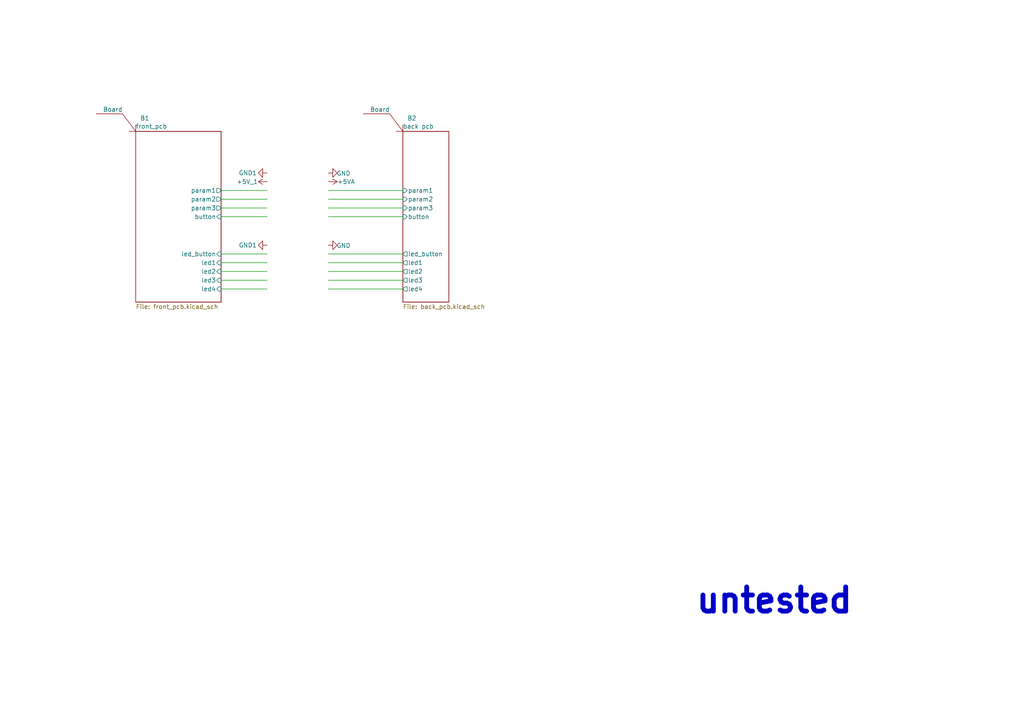
<source format=kicad_sch>
(kicad_sch (version 20211123) (generator eeschema)
  (paper "A4")
  (title_block (title "DCO") (rev "0.9") (company "based on hagiwo") (comment 1 "untested"))
  (lib_symbols
    (symbol "ao_symbols:+5V_1" (power) (pin_names (offset 0))
      (property "Value" "+5V_1" (at 0 3.556 0))
      (symbol "+5V_1_0_1"
        (polyline (pts (xy -0.762 1.27) (xy 0 2.54)))
        (polyline (pts (xy 0 0) (xy 0 2.54)))
        (polyline (pts (xy 0 2.54) (xy 0.762 1.27)))
      )
      (symbol "+5V_1_1_1"
        (pin power_in line (at 0 0 90) (length 0) hide (name "+5V_1") (number "1"))
      )
    )
    (symbol "ao_symbols:Board" (pin_names (offset 1.016)) (in_bom no)
      (property "Reference" "B" (at 1.27 3.81 0))
      (property "Value" "Board" (at -3.175 3.81 0))
      (symbol "Board_0_1"
        (polyline (pts (xy 5.08 -2.54) (xy 3.175 -2.54)))
        (polyline (pts (xy -6.35 2.54) (xy 1.27 2.54) (xy 5.08 -2.54) (xy 5.08 -0.635)))
      )
    )
    (symbol "power:+5VA" (power) (pin_names (offset 0))
      (property "Value" "+5VA" (at 0 3.556 0))
      (symbol "+5VA_0_1"
        (polyline (pts (xy -0.762 1.27) (xy 0 2.54)))
        (polyline (pts (xy 0 0) (xy 0 2.54)))
        (polyline (pts (xy 0 2.54) (xy 0.762 1.27)))
      )
      (symbol "+5VA_1_1"
        (pin power_in line (at 0 0 90) (length 0) hide (name "+5VA") (number "1"))
      )
    )
    (symbol "power:GND" (power) (pin_names (offset 0))
      (property "Value" "GND" (at 0 -3.81 0))
      (symbol "GND_0_1"
        (polyline (pts (xy 0 0) (xy 0 -1.27) (xy 1.27 -1.27) (xy 0 -2.54) (xy -1.27 -1.27) (xy 0 -1.27)))
      )
      (symbol "GND_1_1"
        (pin power_in line (at 0 0 270) (length 0) hide (name "GND") (number "1"))
      )
    )
    (symbol "power:GND1" (power) (pin_names (offset 0))
      (property "Value" "GND1" (at 0 -3.81 0))
      (symbol "GND1_0_1"
        (polyline (pts (xy 0 0) (xy 0 -1.27) (xy 1.27 -1.27) (xy 0 -2.54) (xy -1.27 -1.27) (xy 0 -1.27)))
      )
      (symbol "GND1_1_1"
        (pin power_in line (at 0 0 270) (length 0) hide (name "GND1") (number "1"))
      )
    )
  )
  (wire (pts (xy 64.135 55.245) (xy 77.47 55.245)))
  (wire (pts (xy 64.135 60.325) (xy 77.47 60.325)))
  (wire (pts (xy 95.25 76.2) (xy 116.84 76.2)))
  (wire (pts (xy 64.135 57.785) (xy 77.47 57.785)))
  (wire (pts (xy 64.135 62.865) (xy 77.47 62.865)))
  (wire (pts (xy 95.25 81.28) (xy 116.84 81.28)))
  (wire (pts (xy 95.25 73.66) (xy 116.84 73.66)))
  (wire (pts (xy 95.25 62.865) (xy 116.84 62.865)))
  (wire (pts (xy 95.25 57.785) (xy 116.84 57.785)))
  (wire (pts (xy 64.135 81.28) (xy 77.47 81.28)))
  (wire (pts (xy 95.25 83.82) (xy 116.84 83.82)))
  (wire (pts (xy 95.25 55.245) (xy 116.84 55.245)))
  (wire (pts (xy 95.25 78.74) (xy 116.84 78.74)))
  (wire (pts (xy 64.135 78.74) (xy 77.47 78.74)))
  (wire (pts (xy 95.25 60.325) (xy 116.84 60.325)))
  (wire (pts (xy 64.135 76.2) (xy 77.47 76.2)))
  (wire (pts (xy 64.135 73.66) (xy 77.47 73.66)))
  (wire (pts (xy 64.135 83.82) (xy 77.47 83.82)))
  (text "untested" (at 201.295 178.435 0) (effects (font (size 7.0104 7.0104) (thickness 1.4021) bold) (justify left bottom)))
  (symbol (lib_id "power:GND") (at 95.25 50.165 90) (mirror x) (unit 1)
    (property "Reference" "#PWR02" (effects hide))
    (property "Value" "GND" (at 99.6442 50.292 90))
  )
  (symbol (lib_id "ao_symbols:Board") (at 34.29 35.56 0) (unit 1) (in_bom no)
    (property "Reference" "B1" (at 40.64 34.2899 0) (effects (justify left)))
    (property "Value" "Board" (at 29.845 31.75 0) (effects (justify left)))
    (property "Footprint" "ao_tht:Board_Marker" (effects hide))
    (property "Config" "DNF" (effects hide))
  )
  (symbol (lib_id "power:GND") (at 95.25 71.12 90) (mirror x) (unit 1)
    (property "Reference" "#PWR06" (effects hide))
    (property "Value" "GND" (at 99.6442 71.247 90))
  )
  (symbol (lib_id "power:GND1") (at 77.47 50.165 270) (unit 1)
    (property "Reference" "#PWR01" (effects hide))
    (property "Value" "GND1" (at 69.215 50.165 90) (effects (justify left)))
  )
  (symbol (lib_id "ao_symbols:+5V_1") (at 77.47 52.705 90) (unit 1)
    (property "Reference" "#PWR03" (effects hide))
    (property "Value" "+5V_1" (at 68.58 52.705 90) (effects (justify right)))
  )
  (symbol (lib_id "power:+5VA") (at 95.25 52.705 270) (unit 1)
    (property "Reference" "#PWR04" (effects hide))
    (property "Value" "+5VA" (at 97.79 52.705 90) (effects (justify left)))
  )
  (symbol (lib_id "ao_symbols:Board") (at 111.76 35.56 0) (unit 1) (in_bom no)
    (property "Reference" "B2" (at 118.11 34.2899 0) (effects (justify left)))
    (property "Value" "Board" (at 107.315 31.75 0) (effects (justify left)))
    (property "Footprint" "ao_tht:Board_Marker" (effects hide))
    (property "Config" "DNF" (effects hide))
  )
  (symbol (lib_id "power:GND1") (at 77.47 71.12 270) (unit 1)
    (property "Reference" "#PWR05" (effects hide))
    (property "Value" "GND1" (at 69.215 71.12 90) (effects (justify left)))
  )
  (sheet (at 116.84 38.1) (size 13.335 49.53) (stroke (width 0.1524))
    (property "Sheet name" "back pcb" (at 116.84 37.3884 0) (effects (justify left bottom)))
    (property "Sheet file" "back_pcb.kicad_sch" (at 116.84 88.2146 0) (effects (justify left top)))
    (pin "param2" input (at 116.84 57.785 180))
    (pin "param1" input (at 116.84 55.245 180))
    (pin "param3" input (at 116.84 60.325 180))
    (pin "led1" output (at 116.84 76.2 180))
    (pin "led3" output (at 116.84 81.28 180))
    (pin "led2" output (at 116.84 78.74 180))
    (pin "led4" output (at 116.84 83.82 180))
    (pin "button" input (at 116.84 62.865 180))
    (pin "led_button" output (at 116.84 73.66 180))
  )
  (sheet (at 39.37 38.1) (size 24.765 49.53) (stroke (width 0.1524))
    (property "Sheet name" "front_pcb" (at 39.37 37.3884 0) (effects (justify left bottom)))
    (property "Sheet file" "front_pcb.kicad_sch" (at 39.37 88.2146 0) (effects (justify left top)))
    (pin "param3" output (at 64.135 60.325 0))
    (pin "led2" input (at 64.135 78.74 0))
    (pin "led3" input (at 64.135 81.28 0))
    (pin "led4" input (at 64.135 83.82 0))
    (pin "param2" output (at 64.135 57.785 0))
    (pin "param1" output (at 64.135 55.245 0))
    (pin "led1" input (at 64.135 76.2 0))
    (pin "led_button" input (at 64.135 73.66 0))
    (pin "button" input (at 64.135 62.865 0))
  )
)
</source>
